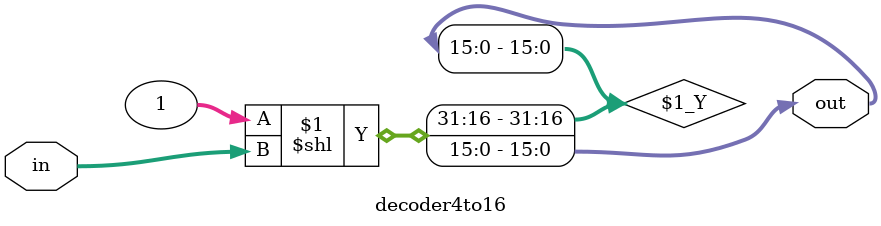
<source format=v>
module decoder4to16(
    input [3:0] in,
    output [15:0] out
);
    assign out = 1 << in;
endmodule

</source>
